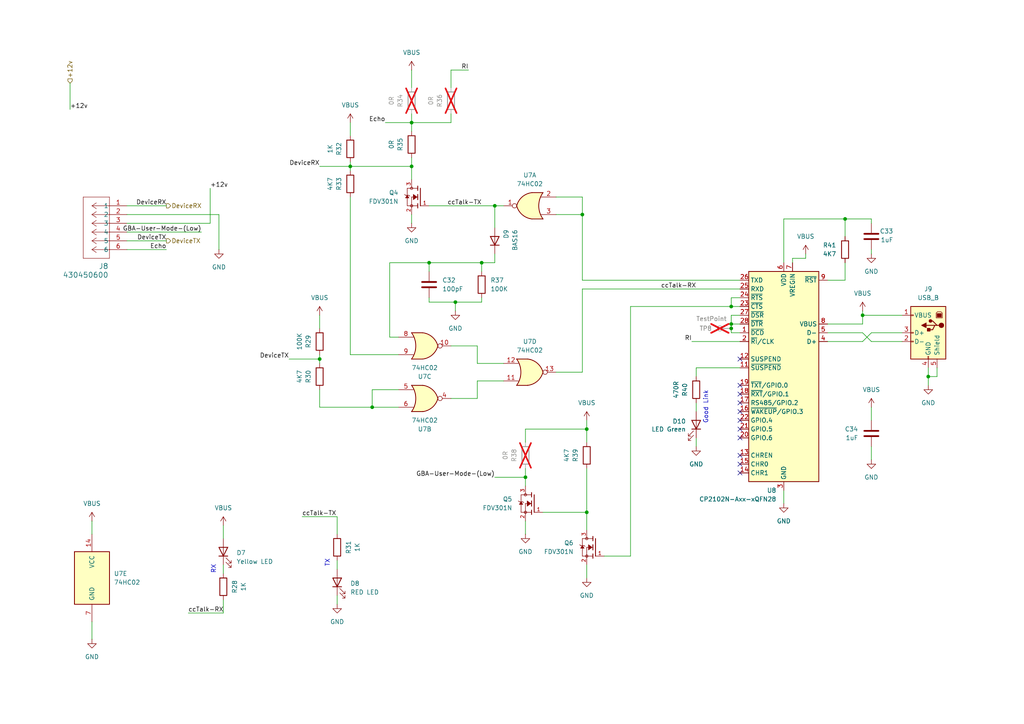
<source format=kicad_sch>
(kicad_sch (version 20250114) (generator "eeschema") (generator_version "9.0")
  (paper "A4")
  (title_block (title "VAL364 Circuit") (date "2025-08-26") (rev "1") (company "Astrosystems") (comment 1 "Designed By - C.P"))
  (lib_symbols
    (symbol "74xx:74HC02" (pin_names (offset 1.016))
      (property "Reference" "U" (at 0 1.27 0))
      (property "Value" "74HC02" (at 0 -1.27 0))
      (symbol "74HC02_1_1"
        (arc (start -3.81 3.81) (mid -2.589 0) (end -3.81 -3.81) (stroke (width 0.254)))
        (polyline (pts (xy -3.81 3.81) (xy -0.635 3.81)) (stroke (width 0.254)) (fill (type background)))
        (polyline (pts (xy -3.81 -3.81) (xy -0.635 -3.81)) (stroke (width 0.254)) (fill (type background)))
        (arc (start 3.81 0) (mid 2.1855 -2.584) (end -0.6096 -3.81) (stroke (width 0.254)) (fill (type background)))
        (arc (start -0.6096 3.81) (mid 2.1928 2.5924) (end 3.81 0) (stroke (width 0.254)) (fill (type background)))
        (polyline (pts (xy -0.635 3.81) (xy -3.81 3.81) (xy -3.81 3.81) (xy -3.556 3.4036) (xy -3.0226 2.2606) (xy -2.6924 1.0414) (xy -2.6162 -0.254) (xy -2.7686 -1.4986) (xy -3.175 -2.7178) (xy -3.81 -3.81) (xy -3.81 -3.81) (xy -0.635 -3.81)) (stroke (width -25.4)) (fill (type background)))
        (pin input line (at -7.62 2.54 0) (length 4.318) (name "~") (number "2"))
        (pin input line (at -7.62 -2.54 0) (length 4.318) (name "~") (number "3"))
        (pin output inverted (at 7.62 0 180) (length 3.81) (name "~") (number "1"))
      )
      (symbol "74HC02_1_2"
        (arc (start 0 3.81) (mid 3.7934 0) (end 0 -3.81) (stroke (width 0.254)) (fill (type background)))
        (polyline (pts (xy 0 3.81) (xy -3.81 3.81) (xy -3.81 -3.81) (xy 0 -3.81)) (stroke (width 0.254)) (fill (type background)))
        (pin input inverted (at -7.62 2.54 0) (length 3.81) (name "~") (number "2"))
        (pin input inverted (at -7.62 -2.54 0) (length 3.81) (name "~") (number "3"))
        (pin output line (at 7.62 0 180) (length 3.81) (name "~") (number "1"))
      )
      (symbol "74HC02_2_1"
        (arc (start -3.81 3.81) (mid -2.589 0) (end -3.81 -3.81) (stroke (width 0.254)))
        (polyline (pts (xy -3.81 3.81) (xy -0.635 3.81)) (stroke (width 0.254)) (fill (type background)))
        (polyline (pts (xy -3.81 -3.81) (xy -0.635 -3.81)) (stroke (width 0.254)) (fill (type background)))
        (arc (start 3.81 0) (mid 2.1855 -2.584) (end -0.6096 -3.81) (stroke (width 0.254)) (fill (type background)))
        (arc (start -0.6096 3.81) (mid 2.1928 2.5924) (end 3.81 0) (stroke (width 0.254)) (fill (type background)))
        (polyline (pts (xy -0.635 3.81) (xy -3.81 3.81) (xy -3.81 3.81) (xy -3.556 3.4036) (xy -3.0226 2.2606) (xy -2.6924 1.0414) (xy -2.6162 -0.254) (xy -2.7686 -1.4986) (xy -3.175 -2.7178) (xy -3.81 -3.81) (xy -3.81 -3.81) (xy -0.635 -3.81)) (stroke (width -25.4)) (fill (type background)))
        (pin input line (at -7.62 2.54 0) (length 4.318) (name "~") (number "5"))
        (pin input line (at -7.62 -2.54 0) (length 4.318) (name "~") (number "6"))
        (pin output inverted (at 7.62 0 180) (length 3.81) (name "~") (number "4"))
      )
      (symbol "74HC02_2_2"
        (arc (start 0 3.81) (mid 3.7934 0) (end 0 -3.81) (stroke (width 0.254)) (fill (type background)))
        (polyline (pts (xy 0 3.81) (xy -3.81 3.81) (xy -3.81 -3.81) (xy 0 -3.81)) (stroke (width 0.254)) (fill (type background)))
        (pin input inverted (at -7.62 2.54 0) (length 3.81) (name "~") (number "5"))
        (pin input inverted (at -7.62 -2.54 0) (length 3.81) (name "~") (number "6"))
        (pin output line (at 7.62 0 180) (length 3.81) (name "~") (number "4"))
      )
      (symbol "74HC02_3_1"
        (arc (start -3.81 3.81) (mid -2.589 0) (end -3.81 -3.81) (stroke (width 0.254)))
        (polyline (pts (xy -3.81 3.81) (xy -0.635 3.81)) (stroke (width 0.254)) (fill (type background)))
        (polyline (pts (xy -3.81 -3.81) (xy -0.635 -3.81)) (stroke (width 0.254)) (fill (type background)))
        (arc (start 3.81 0) (mid 2.1855 -2.584) (end -0.6096 -3.81) (stroke (width 0.254)) (fill (type background)))
        (arc (start -0.6096 3.81) (mid 2.1928 2.5924) (end 3.81 0) (stroke (width 0.254)) (fill (type background)))
        (polyline (pts (xy -0.635 3.81) (xy -3.81 3.81) (xy -3.81 3.81) (xy -3.556 3.4036) (xy -3.0226 2.2606) (xy -2.6924 1.0414) (xy -2.6162 -0.254) (xy -2.7686 -1.4986) (xy -3.175 -2.7178) (xy -3.81 -3.81) (xy -3.81 -3.81) (xy -0.635 -3.81)) (stroke (width -25.4)) (fill (type background)))
        (pin input line (at -7.62 2.54 0) (length 4.318) (name "~") (number "8"))
        (pin input line (at -7.62 -2.54 0) (length 4.318) (name "~") (number "9"))
        (pin output inverted (at 7.62 0 180) (length 3.81) (name "~") (number "10"))
      )
      (symbol "74HC02_3_2"
        (arc (start 0 3.81) (mid 3.7934 0) (end 0 -3.81) (stroke (width 0.254)) (fill (type background)))
        (polyline (pts (xy 0 3.81) (xy -3.81 3.81) (xy -3.81 -3.81) (xy 0 -3.81)) (stroke (width 0.254)) (fill (type background)))
        (pin input inverted (at -7.62 2.54 0) (length 3.81) (name "~") (number "8"))
        (pin input inverted (at -7.62 -2.54 0) (length 3.81) (name "~") (number "9"))
        (pin output line (at 7.62 0 180) (length 3.81) (name "~") (number "10"))
      )
      (symbol "74HC02_4_1"
        (arc (start -3.81 3.81) (mid -2.589 0) (end -3.81 -3.81) (stroke (width 0.254)))
        (polyline (pts (xy -3.81 3.81) (xy -0.635 3.81)) (stroke (width 0.254)) (fill (type background)))
        (polyline (pts (xy -3.81 -3.81) (xy -0.635 -3.81)) (stroke (width 0.254)) (fill (type background)))
        (arc (start 3.81 0) (mid 2.1855 -2.584) (end -0.6096 -3.81) (stroke (width 0.254)) (fill (type background)))
        (arc (start -0.6096 3.81) (mid 2.1928 2.5924) (end 3.81 0) (stroke (width 0.254)) (fill (type background)))
        (polyline (pts (xy -0.635 3.81) (xy -3.81 3.81) (xy -3.81 3.81) (xy -3.556 3.4036) (xy -3.0226 2.2606) (xy -2.6924 1.0414) (xy -2.6162 -0.254) (xy -2.7686 -1.4986) (xy -3.175 -2.7178) (xy -3.81 -3.81) (xy -3.81 -3.81) (xy -0.635 -3.81)) (stroke (width -25.4)) (fill (type background)))
        (pin input line (at -7.62 2.54 0) (length 4.318) (name "~") (number "11"))
        (pin input line (at -7.62 -2.54 0) (length 4.318) (name "~") (number "12"))
        (pin output inverted (at 7.62 0 180) (length 3.81) (name "~") (number "13"))
      )
      (symbol "74HC02_4_2"
        (arc (start 0 3.81) (mid 3.7934 0) (end 0 -3.81) (stroke (width 0.254)) (fill (type background)))
        (polyline (pts (xy 0 3.81) (xy -3.81 3.81) (xy -3.81 -3.81) (xy 0 -3.81)) (stroke (width 0.254)) (fill (type background)))
        (pin input inverted (at -7.62 2.54 0) (length 3.81) (name "~") (number "11"))
        (pin input inverted (at -7.62 -2.54 0) (length 3.81) (name "~") (number "12"))
        (pin output line (at 7.62 0 180) (length 3.81) (name "~") (number "13"))
      )
      (symbol "74HC02_5_0"
        (pin power_in line (at 0 12.7 270) (length 5.08) (name "VCC") (number "14"))
        (pin power_in line (at 0 -12.7 90) (length 5.08) (name "GND") (number "7"))
      )
      (symbol "74HC02_5_1"
        (rectangle (start -5.08 7.62) (end 5.08 -7.62) (stroke (width 0.254)) (fill (type background)))
      )
    )
    (symbol "Connector:TestPoint" (pin_numbers (hide yes)) (pin_names (offset 0.762) (hide yes))
      (property "Reference" "TP" (at 0 6.858 0))
      (property "Value" "TestPoint" (at 0 5.08 0))
      (symbol "TestPoint_0_1"
        (circle (center 0 3.302) (radius 0.762))
      )
      (symbol "TestPoint_1_1"
        (pin passive line (at 0 0 90) (length 2.54) (name "1") (number "1"))
      )
    )
    (symbol "Connector:USB_B" (pin_names (offset 1.016))
      (property "Reference" "J" (at -5.08 11.43 0))
      (property "Value" "USB_B" (at -5.08 8.89 0))
      (symbol "USB_B_0_1"
        (rectangle (start -5.08 -7.62) (end 5.08 7.62) (stroke (width 0.254)) (fill (type background)))
        (polyline (pts (xy -4.064 4.318) (xy -2.286 4.318) (xy -2.286 5.715) (xy -2.667 6.096) (xy -3.683 6.096) (xy -4.064 5.715) (xy -4.064 4.318)))
        (rectangle (start -3.81 5.588) (end -2.54 4.572) (fill (type outline)))
        (circle (center -3.81 2.159) (radius 0.635) (stroke (width 0.254)) (fill (type outline)))
        (polyline (pts (xy -3.175 2.159) (xy -2.54 2.159) (xy -1.27 3.429) (xy -0.635 3.429)) (stroke (width 0.254)))
        (polyline (pts (xy -2.54 2.159) (xy -1.905 2.159) (xy -1.27 0.889) (xy 0 0.889)) (stroke (width 0.254)))
        (polyline (pts (xy -1.905 2.159) (xy 0.635 2.159)) (stroke (width 0.254)))
        (circle (center -0.635 3.429) (radius 0.381) (stroke (width 0.254)) (fill (type outline)))
        (rectangle (start -0.127 -7.62) (end 0.127 -6.858))
        (rectangle (start 0.254 1.27) (end -0.508 0.508) (stroke (width 0.254)) (fill (type outline)))
        (polyline (pts (xy 0.635 2.794) (xy 0.635 1.524) (xy 1.905 2.159) (xy 0.635 2.794)) (stroke (width 0.254)) (fill (type outline)))
        (rectangle (start 5.08 4.953) (end 4.318 5.207))
        (rectangle (start 5.08 -0.127) (end 4.318 0.127))
        (rectangle (start 5.08 -2.667) (end 4.318 -2.413))
      )
      (symbol "USB_B_1_1"
        (pin passive line (at -2.54 -10.16 90) (length 2.54) (name "Shield") (number "5"))
        (pin power_out line (at 0 -10.16 90) (length 2.54) (name "GND") (number "4"))
        (pin power_out line (at 7.62 5.08 180) (length 2.54) (name "VBUS") (number "1"))
        (pin bidirectional line (at 7.62 0 180) (length 2.54) (name "D+") (number "3"))
        (pin bidirectional line (at 7.62 -2.54 180) (length 2.54) (name "D-") (number "2"))
      )
    )
    (symbol "Device:C" (pin_numbers (hide yes)) (pin_names (offset 0.254))
      (property "Reference" "C" (at 0.635 2.54 0))
      (property "Value" "C" (at 0.635 -2.54 0))
      (symbol "C_0_1"
        (polyline (pts (xy -2.032 0.762) (xy 2.032 0.762)) (stroke (width 0.508)))
        (polyline (pts (xy -2.032 -0.762) (xy 2.032 -0.762)) (stroke (width 0.508)))
      )
      (symbol "C_1_1"
        (pin passive line (at 0 3.81 270) (length 2.794) (name "~") (number "1"))
        (pin passive line (at 0 -3.81 90) (length 2.794) (name "~") (number "2"))
      )
    )
    (symbol "Device:LED" (pin_numbers (hide yes)) (pin_names (offset 1.016) (hide yes))
      (property "Reference" "D" (at 0 2.54 0))
      (property "Value" "LED" (at 0 -2.54 0))
      (symbol "LED_0_1"
        (polyline (pts (xy -3.048 -0.762) (xy -4.572 -2.286) (xy -3.81 -2.286) (xy -4.572 -2.286) (xy -4.572 -1.524)))
        (polyline (pts (xy -1.778 -0.762) (xy -3.302 -2.286) (xy -2.54 -2.286) (xy -3.302 -2.286) (xy -3.302 -1.524)))
        (polyline (pts (xy -1.27 0) (xy 1.27 0)))
        (polyline (pts (xy -1.27 -1.27) (xy -1.27 1.27)) (stroke (width 0.254)))
        (polyline (pts (xy 1.27 -1.27) (xy 1.27 1.27) (xy -1.27 0) (xy 1.27 -1.27)) (stroke (width 0.254)))
      )
      (symbol "LED_1_1"
        (pin passive line (at -3.81 0 0) (length 2.54) (name "K") (number "1"))
        (pin passive line (at 3.81 0 180) (length 2.54) (name "A") (number "2"))
      )
    )
    (symbol "Device:R" (pin_numbers (hide yes)) (pin_names (offset 0))
      (property "Reference" "R" (at 2.032 0 90))
      (property "Value" "R" (at 0 0 90))
      (symbol "R_0_1"
        (rectangle (start -1.016 -2.54) (end 1.016 2.54) (stroke (width 0.254)))
      )
      (symbol "R_1_1"
        (pin passive line (at 0 3.81 270) (length 1.27) (name "~") (number "1"))
        (pin passive line (at 0 -3.81 90) (length 1.27) (name "~") (number "2"))
      )
    )
    (symbol "Diode:BAS21" (pin_numbers (hide yes)) (pin_names (hide yes))
      (property "Reference" "D" (at 0 2.54 0))
      (property "Value" "BAS21" (at 0 -2.54 0))
      (symbol "BAS21_0_1"
        (polyline (pts (xy -1.27 1.27) (xy -1.27 -1.27)) (stroke (width 0.254)))
        (polyline (pts (xy 1.27 1.27) (xy 1.27 -1.27) (xy -1.27 0) (xy 1.27 1.27)) (stroke (width 0.254)))
        (polyline (pts (xy 1.27 0) (xy -1.27 0)))
      )
      (symbol "BAS21_1_1"
        (pin passive line (at -3.81 0 0) (length 2.54) (name "K") (number "3"))
        (pin no_connect line (at -1.27 0 0) (length 2.54) (hide yes) (name "NC") (number "2"))
        (pin passive line (at 3.81 0 180) (length 2.54) (name "A") (number "1"))
      )
    )
    (symbol "FDV301N:FDV301N" (pin_names (offset 1.016))
      (property "Reference" "Q" (at -8.89 2.54 0))
      (property "Value" "FDV301N" (at -8.89 -7.62 0))
      (symbol "FDV301N_0_0"
        (polyline (pts (xy 0 2.54) (xy 0 -2.54)) (stroke (width 0.254)))
        (polyline (pts (xy 0.762 3.175) (xy 0.762 2.54)) (stroke (width 0.254)))
        (polyline (pts (xy 0.762 2.54) (xy 0.762 1.905)) (stroke (width 0.254)))
        (polyline (pts (xy 0.762 2.54) (xy 3.81 2.54)) (stroke (width 0.1524)))
        (polyline (pts (xy 0.762 0.762) (xy 0.762 0)) (stroke (width 0.254)))
        (polyline (pts (xy 0.762 0) (xy 0.762 -0.762)) (stroke (width 0.254)))
        (polyline (pts (xy 0.762 0) (xy 2.54 0)) (stroke (width 0.1524)))
        (polyline (pts (xy 0.762 -1.905) (xy 0.762 -3.175)) (stroke (width 0.254)))
        (polyline (pts (xy 1.016 0) (xy 2.032 0.762) (xy 2.032 -0.762) (xy 1.016 0)) (stroke (width 0.1524)) (fill (type outline)))
        (circle (center 2.54 2.54) (radius 0.3592))
        (polyline (pts (xy 2.54 0) (xy 2.54 -2.54)) (stroke (width 0.1524)))
        (circle (center 2.54 -2.54) (radius 0.3592))
        (polyline (pts (xy 3.302 0.508) (xy 3.048 0.254)) (stroke (width 0.1524)))
        (polyline (pts (xy 3.81 2.54) (xy 3.81 0.508)) (stroke (width 0.1524)))
        (polyline (pts (xy 3.81 0.508) (xy 3.302 0.508)) (stroke (width 0.1524)))
        (polyline (pts (xy 3.81 0.508) (xy 3.81 -2.54)) (stroke (width 0.1524)))
        (polyline (pts (xy 3.81 0.508) (xy 3.302 -0.254) (xy 4.318 -0.254) (xy 3.81 0.508)) (stroke (width 0.1524)) (fill (type outline)))
        (polyline (pts (xy 3.81 -2.54) (xy 0.762 -2.54)) (stroke (width 0.1524)))
        (polyline (pts (xy 4.318 0.508) (xy 3.81 0.508)) (stroke (width 0.1524)))
        (polyline (pts (xy 4.572 0.762) (xy 4.318 0.508)) (stroke (width 0.1524)))
        (pin passive line (at -2.54 -2.54 0) (length 2.54) (name "~") (number "1"))
        (pin passive line (at 2.54 5.08 270) (length 2.54) (name "~") (number "3"))
        (pin passive line (at 2.54 -5.08 90) (length 2.54) (name "~") (number "2"))
      )
    )
    (symbol "Interface_USB:CP2102N-Axx-xQFN28"
      (property "Reference" "U" (at -8.89 31.75 0))
      (property "Value" "CP2102N-Axx-xQFN28" (at 12.7 31.75 0))
      (symbol "CP2102N-Axx-xQFN28_0_1"
        (rectangle (start -10.16 30.48) (end 10.16 -30.48) (stroke (width 0.254)) (fill (type background)))
      )
      (symbol "CP2102N-Axx-xQFN28_1_1"
        (pin input line (at -12.7 27.94 0) (length 2.54) (name "~{RST}") (number "9"))
        (pin input line (at -12.7 15.24 0) (length 2.54) (name "VBUS") (number "8"))
        (pin bidirectional line (at -12.7 12.7 0) (length 2.54) (name "D-") (number "5"))
        (pin bidirectional line (at -12.7 10.16 0) (length 2.54) (name "D+") (number "4"))
        (pin no_connect line (at -10.16 -27.94 0) (length 2.54) (hide yes) (name "NC") (number "10"))
        (pin power_in line (at -2.54 33.02 270) (length 2.54) (name "VREGIN") (number "7"))
        (pin power_in line (at 0 33.02 270) (length 2.54) (name "VDD") (number "6"))
        (pin passive line (at 0 -33.02 90) (length 2.54) (hide yes) (name "GND") (number "29"))
        (pin power_in line (at 0 -33.02 90) (length 2.54) (name "GND") (number "3"))
        (pin output line (at 12.7 27.94 180) (length 2.54) (name "TXD") (number "26"))
        (pin input line (at 12.7 25.4 180) (length 2.54) (name "RXD") (number "25"))
        (pin output line (at 12.7 22.86 180) (length 2.54) (name "~{RTS}") (number "24"))
        (pin input line (at 12.7 20.32 180) (length 2.54) (name "~{CTS}") (number "23"))
        (pin input line (at 12.7 17.78 180) (length 2.54) (name "~{DSR}") (number "27"))
        (pin output line (at 12.7 15.24 180) (length 2.54) (name "~{DTR}") (number "28"))
        (pin input line (at 12.7 12.7 180) (length 2.54) (name "~{DCD}") (number "1"))
        (pin bidirectional line (at 12.7 10.16 180) (length 2.54) (name "~{RI}/CLK") (number "2"))
        (pin output line (at 12.7 5.08 180) (length 2.54) (name "SUSPEND") (number "12"))
        (pin output line (at 12.7 2.54 180) (length 2.54) (name "~{SUSPEND}") (number "11"))
        (pin bidirectional line (at 12.7 -2.54 180) (length 2.54) (name "~{TXT}/GPIO.0") (number "19"))
        (pin bidirectional line (at 12.7 -5.08 180) (length 2.54) (name "~{RXT}/GPIO.1") (number "18"))
        (pin bidirectional line (at 12.7 -7.62 180) (length 2.54) (name "RS485/GPIO.2") (number "17"))
        (pin bidirectional line (at 12.7 -10.16 180) (length 2.54) (name "~{WAKEUP}/GPIO.3") (number "16"))
        (pin bidirectional line (at 12.7 -12.7 180) (length 2.54) (name "GPIO.4") (number "22"))
        (pin bidirectional line (at 12.7 -15.24 180) (length 2.54) (name "GPIO.5") (number "21"))
        (pin bidirectional line (at 12.7 -17.78 180) (length 2.54) (name "GPIO.6") (number "20"))
        (pin output line (at 12.7 -22.86 180) (length 2.54) (name "CHREN") (number "13"))
        (pin output line (at 12.7 -25.4 180) (length 2.54) (name "CHR0") (number "15"))
        (pin output line (at 12.7 -27.94 180) (length 2.54) (name "CHR1") (number "14"))
      )
    )
    (symbol "LED_2" (pin_numbers (hide yes)) (pin_names (offset 1.016) (hide yes))
      (property "Reference" "D" (at 0 2.54 0))
      (property "Value" "LED" (at 0 -2.54 0))
      (symbol "LED_2_0_1"
        (polyline (pts (xy -3.048 -0.762) (xy -4.572 -2.286) (xy -3.81 -2.286) (xy -4.572 -2.286) (xy -4.572 -1.524)))
        (polyline (pts (xy -1.778 -0.762) (xy -3.302 -2.286) (xy -2.54 -2.286) (xy -3.302 -2.286) (xy -3.302 -1.524)))
        (polyline (pts (xy -1.27 0) (xy 1.27 0)))
        (polyline (pts (xy -1.27 -1.27) (xy -1.27 1.27)) (stroke (width 0.254)))
        (polyline (pts (xy 1.27 -1.27) (xy 1.27 1.27) (xy -1.27 0) (xy 1.27 -1.27)) (stroke (width 0.254)))
      )
      (symbol "LED_2_1_1"
        (pin passive line (at -3.81 0 0) (length 2.54) (name "K") (number "1"))
        (pin passive line (at 3.81 0 180) (length 2.54) (name "A") (number "2"))
      )
    )
    (symbol "molex_43045-0600:430450600" (pin_names (offset 0.254))
      (property "Reference" "J" (at 8.89 6.35 0))
      (property "Value" "430450600" (at 0 0 0))
      (symbol "430450600_1_1"
        (polyline (pts (xy 5.08 2.54) (xy 5.08 -15.24)) (stroke (width 0.127)))
        (polyline (pts (xy 5.08 -15.24) (xy 12.7 -15.24)) (stroke (width 0.127)))
        (polyline (pts (xy 10.16 0) (xy 5.08 0)) (stroke (width 0.127)))
        (polyline (pts (xy 10.16 0) (xy 8.89 0.8467)) (stroke (width 0.127)))
        (polyline (pts (xy 10.16 0) (xy 8.89 -0.8467)) (stroke (width 0.127)))
        (polyline (pts (xy 10.16 -2.54) (xy 5.08 -2.54)) (stroke (width 0.127)))
        (polyline (pts (xy 10.16 -2.54) (xy 8.89 -1.6933)) (stroke (width 0.127)))
        (polyline (pts (xy 10.16 -2.54) (xy 8.89 -3.3867)) (stroke (width 0.127)))
        (polyline (pts (xy 10.16 -5.08) (xy 5.08 -5.08)) (stroke (width 0.127)))
        (polyline (pts (xy 10.16 -5.08) (xy 8.89 -4.2333)) (stroke (width 0.127)))
        (polyline (pts (xy 10.16 -5.08) (xy 8.89 -5.9267)) (stroke (width 0.127)))
        (polyline (pts (xy 10.16 -7.62) (xy 5.08 -7.62)) (stroke (width 0.127)))
        (polyline (pts (xy 10.16 -7.62) (xy 8.89 -6.7733)) (stroke (width 0.127)))
        (polyline (pts (xy 10.16 -7.62) (xy 8.89 -8.4667)) (stroke (width 0.127)))
        (polyline (pts (xy 10.16 -10.16) (xy 5.08 -10.16)) (stroke (width 0.127)))
        (polyline (pts (xy 10.16 -10.16) (xy 8.89 -9.3133)) (stroke (width 0.127)))
        (polyline (pts (xy 10.16 -10.16) (xy 8.89 -11.0067)) (stroke (width 0.127)))
        (polyline (pts (xy 10.16 -12.7) (xy 5.08 -12.7)) (stroke (width 0.127)))
        (polyline (pts (xy 10.16 -12.7) (xy 8.89 -11.8533)) (stroke (width 0.127)))
        (polyline (pts (xy 10.16 -12.7) (xy 8.89 -13.5467)) (stroke (width 0.127)))
        (polyline (pts (xy 12.7 2.54) (xy 5.08 2.54)) (stroke (width 0.127)))
        (polyline (pts (xy 12.7 -15.24) (xy 12.7 2.54)) (stroke (width 0.127)))
        (pin unspecified line (at 0 0 0) (length 5.08) (name "1") (number "1"))
        (pin unspecified line (at 0 -2.54 0) (length 5.08) (name "2") (number "2"))
        (pin unspecified line (at 0 -5.08 0) (length 5.08) (name "3") (number "3"))
        (pin unspecified line (at 0 -7.62 0) (length 5.08) (name "4") (number "4"))
        (pin unspecified line (at 0 -10.16 0) (length 5.08) (name "5") (number "5"))
        (pin unspecified line (at 0 -12.7 0) (length 5.08) (name "6") (number "6"))
      )
      (symbol "430450600_1_2"
        (polyline (pts (xy 5.08 2.54) (xy 5.08 -15.24)) (stroke (width 0.127)))
        (polyline (pts (xy 5.08 -15.24) (xy 12.7 -15.24)) (stroke (width 0.127)))
        (polyline (pts (xy 7.62 0) (xy 5.08 0)) (stroke (width 0.127)))
        (polyline (pts (xy 7.62 0) (xy 8.89 0.8467)) (stroke (width 0.127)))
        (polyline (pts (xy 7.62 0) (xy 8.89 -0.8467)) (stroke (width 0.127)))
        (polyline (pts (xy 7.62 -2.54) (xy 5.08 -2.54)) (stroke (width 0.127)))
        (polyline (pts (xy 7.62 -2.54) (xy 8.89 -1.6933)) (stroke (width 0.127)))
        (polyline (pts (xy 7.62 -2.54) (xy 8.89 -3.3867)) (stroke (width 0.127)))
        (polyline (pts (xy 7.62 -5.08) (xy 5.08 -5.08)) (stroke (width 0.127)))
        (polyline (pts (xy 7.62 -5.08) (xy 8.89 -4.2333)) (stroke (width 0.127)))
        (polyline (pts (xy 7.62 -5.08) (xy 8.89 -5.9267)) (stroke (width 0.127)))
        (polyline (pts (xy 7.62 -7.62) (xy 5.08 -7.62)) (stroke (width 0.127)))
        (polyline (pts (xy 7.62 -7.62) (xy 8.89 -6.7733)) (stroke (width 0.127)))
        (polyline (pts (xy 7.62 -7.62) (xy 8.89 -8.4667)) (stroke (width 0.127)))
        (polyline (pts (xy 7.62 -10.16) (xy 5.08 -10.16)) (stroke (width 0.127)))
        (polyline (pts (xy 7.62 -10.16) (xy 8.89 -9.3133)) (stroke (width 0.127)))
        (polyline (pts (xy 7.62 -10.16) (xy 8.89 -11.0067)) (stroke (width 0.127)))
        (polyline (pts (xy 7.62 -12.7) (xy 5.08 -12.7)) (stroke (width 0.127)))
        (polyline (pts (xy 7.62 -12.7) (xy 8.89 -11.8533)) (stroke (width 0.127)))
        (polyline (pts (xy 7.62 -12.7) (xy 8.89 -13.5467)) (stroke (width 0.127)))
        (polyline (pts (xy 12.7 2.54) (xy 5.08 2.54)) (stroke (width 0.127)))
        (polyline (pts (xy 12.7 -15.24) (xy 12.7 2.54)) (stroke (width 0.127)))
        (pin unspecified line (at 0 0 0) (length 5.08) (name "1") (number "1"))
        (pin unspecified line (at 0 -2.54 0) (length 5.08) (name "2") (number "2"))
        (pin unspecified line (at 0 -5.08 0) (length 5.08) (name "3") (number "3"))
        (pin unspecified line (at 0 -7.62 0) (length 5.08) (name "4") (number "4"))
        (pin unspecified line (at 0 -10.16 0) (length 5.08) (name "5") (number "5"))
        (pin unspecified line (at 0 -12.7 0) (length 5.08) (name "6") (number "6"))
      )
    )
    (symbol "power:GND" (power) (pin_numbers (hide yes)) (pin_names (offset 0) (hide yes))
      (property "Value" "GND" (at 0 -3.81 0))
      (symbol "GND_0_1"
        (polyline (pts (xy 0 0) (xy 0 -1.27) (xy 1.27 -1.27) (xy 0 -2.54) (xy -1.27 -1.27) (xy 0 -1.27)))
      )
      (symbol "GND_1_1"
        (pin power_in line (at 0 0 270) (length 0) (name "~") (number "1"))
      )
    )
    (symbol "power:VBUS" (power) (pin_numbers (hide yes)) (pin_names (offset 0) (hide yes))
      (property "Value" "VBUS" (at 0 3.556 0))
      (symbol "VBUS_0_1"
        (polyline (pts (xy -0.762 1.27) (xy 0 2.54)))
        (polyline (pts (xy 0 2.54) (xy 0.762 1.27)))
        (polyline (pts (xy 0 0) (xy 0 2.54)))
      )
      (symbol "VBUS_1_1"
        (pin power_in line (at 0 0 90) (length 0) (name "~") (number "1"))
      )
    )
  )
  (text "RX" (at 61.976 165.1 90) (effects (font (size 1.27 1.27))))
  (text "TX" (at 94.996 163.322 90) (effects (font (size 1.27 1.27))))
  (text "Good Link" (at 204.724 118.11 90) (effects (font (size 1.27 1.27))))
  (junction (at 132.08 87.63))
  (junction (at 212.09 88.9))
  (junction (at 170.18 124.46))
  (junction (at 250.19 91.44))
  (junction (at 139.7 76.2))
  (junction (at 168.91 62.23))
  (junction (at 119.38 35.56))
  (junction (at 212.09 93.98))
  (junction (at 124.46 76.2))
  (junction (at 152.4 138.43))
  (junction (at 269.24 109.22))
  (junction (at 212.09 95.25))
  (junction (at 107.95 118.11))
  (junction (at 101.6 48.26))
  (junction (at 245.11 63.5))
  (junction (at 92.71 104.14))
  (junction (at 119.38 48.26))
  (junction (at 170.18 148.59))
  (junction (at 143.51 59.69))
  (no_connect (at 214.63 114.3))
  (no_connect (at 214.63 116.84))
  (no_connect (at 214.63 124.46))
  (no_connect (at 214.63 137.16))
  (no_connect (at 214.63 121.92))
  (no_connect (at 214.63 104.14))
  (no_connect (at 214.63 119.38))
  (no_connect (at 214.63 134.62))
  (no_connect (at 214.63 132.08))
  (no_connect (at 214.63 111.76))
  (no_connect (at 214.63 127))
  (wire (pts (xy 261.62 99.06) (xy 252.73 99.06)))
  (wire (pts (xy 139.7 87.63) (xy 132.08 87.63)))
  (wire (pts (xy 146.05 110.49) (xy 138.43 110.49)))
  (wire (pts (xy 245.11 63.5) (xy 227.33 63.5)))
  (wire (pts (xy 152.4 128.27) (xy 152.4 124.46)))
  (wire (pts (xy 212.09 93.98) (xy 212.09 95.25)))
  (wire (pts (xy 119.38 35.56) (xy 111.76 35.56)))
  (wire (pts (xy 139.7 78.74) (xy 139.7 76.2)))
  (wire (pts (xy 245.11 81.28) (xy 240.03 81.28)))
  (wire (pts (xy 87.63 149.86) (xy 97.79 149.86)))
  (wire (pts (xy 170.18 124.46) (xy 170.18 128.27)))
  (wire (pts (xy 168.91 62.23) (xy 161.29 62.23)))
  (wire (pts (xy 271.78 106.68) (xy 271.78 109.22)))
  (wire (pts (xy 130.81 35.56) (xy 119.38 35.56)))
  (wire (pts (xy 48.26 69.85) (xy 36.83 69.85)))
  (wire (pts (xy 250.19 91.44) (xy 250.19 93.98)))
  (wire (pts (xy 152.4 138.43) (xy 152.4 140.97)))
  (wire (pts (xy 214.63 106.68) (xy 201.93 106.68)))
  (wire (pts (xy 92.71 104.14) (xy 92.71 105.41)))
  (wire (pts (xy 130.81 100.33) (xy 138.43 100.33)))
  (wire (pts (xy 64.77 173.99) (xy 64.77 177.8)))
  (wire (pts (xy 138.43 115.57) (xy 130.81 115.57)))
  (wire (pts (xy 152.4 135.89) (xy 152.4 138.43)))
  (wire (pts (xy 212.09 88.9) (xy 182.88 88.9)))
  (wire (pts (xy 245.11 63.5) (xy 252.73 63.5)))
  (wire (pts (xy 101.6 48.26) (xy 101.6 49.53)))
  (wire (pts (xy 170.18 135.89) (xy 170.18 148.59)))
  (wire (pts (xy 119.38 52.07) (xy 119.38 48.26)))
  (wire (pts (xy 130.81 25.4) (xy 130.81 20.32)))
  (wire (pts (xy 214.63 86.36) (xy 212.09 86.36)))
  (wire (pts (xy 170.18 163.83) (xy 170.18 167.64)))
  (wire (pts (xy 250.19 93.98) (xy 240.03 93.98)))
  (wire (pts (xy 101.6 35.56) (xy 101.6 39.37)))
  (wire (pts (xy 58.42 67.31) (xy 36.83 67.31)))
  (wire (pts (xy 261.62 96.52) (xy 252.73 96.52)))
  (wire (pts (xy 92.71 118.11) (xy 92.71 113.03)))
  (wire (pts (xy 212.09 95.25) (xy 212.09 96.52)))
  (wire (pts (xy 107.95 118.11) (xy 107.95 113.03)))
  (wire (pts (xy 124.46 76.2) (xy 113.03 76.2)))
  (wire (pts (xy 135.89 20.32) (xy 130.81 20.32)))
  (wire (pts (xy 119.38 62.23) (xy 119.38 64.77)))
  (wire (pts (xy 152.4 138.43) (xy 143.51 138.43)))
  (wire (pts (xy 107.95 118.11) (xy 92.71 118.11)))
  (wire (pts (xy 143.51 59.69) (xy 124.46 59.69)))
  (wire (pts (xy 113.03 76.2) (xy 113.03 97.79)))
  (wire (pts (xy 227.33 63.5) (xy 227.33 76.2)))
  (wire (pts (xy 60.96 64.77) (xy 36.83 64.77)))
  (wire (pts (xy 115.57 118.11) (xy 107.95 118.11)))
  (wire (pts (xy 146.05 59.69) (xy 143.51 59.69)))
  (wire (pts (xy 250.19 99.06) (xy 240.03 99.06)))
  (wire (pts (xy 63.5 62.23) (xy 63.5 72.39)))
  (wire (pts (xy 139.7 76.2) (xy 143.51 76.2)))
  (wire (pts (xy 20.32 24.13) (xy 20.32 31.75)))
  (wire (pts (xy 214.63 99.06) (xy 200.66 99.06)))
  (wire (pts (xy 119.38 45.72) (xy 119.38 48.26)))
  (wire (pts (xy 250.19 96.52) (xy 240.03 96.52)))
  (wire (pts (xy 54.61 177.8) (xy 64.77 177.8)))
  (wire (pts (xy 124.46 86.36) (xy 124.46 87.63)))
  (wire (pts (xy 269.24 109.22) (xy 269.24 111.76)))
  (wire (pts (xy 26.67 180.34) (xy 26.67 185.42)))
  (wire (pts (xy 214.63 83.82) (xy 168.91 83.82)))
  (wire (pts (xy 101.6 57.15) (xy 101.6 102.87)))
  (wire (pts (xy 143.51 73.66) (xy 143.51 76.2)))
  (wire (pts (xy 63.5 62.23) (xy 36.83 62.23)))
  (wire (pts (xy 132.08 87.63) (xy 132.08 90.17)))
  (wire (pts (xy 250.19 90.17) (xy 250.19 91.44)))
  (wire (pts (xy 115.57 113.03) (xy 107.95 113.03)))
  (wire (pts (xy 170.18 121.92) (xy 170.18 124.46)))
  (wire (pts (xy 119.38 48.26) (xy 101.6 48.26)))
  (wire (pts (xy 97.79 162.56) (xy 97.79 165.1)))
  (wire (pts (xy 168.91 57.15) (xy 168.91 62.23)))
  (wire (pts (xy 124.46 78.74) (xy 124.46 76.2)))
  (wire (pts (xy 252.73 129.54) (xy 252.73 133.35)))
  (wire (pts (xy 64.77 163.83) (xy 64.77 166.37)))
  (wire (pts (xy 252.73 118.11) (xy 252.73 121.92)))
  (wire (pts (xy 119.38 20.32) (xy 119.38 25.4)))
  (wire (pts (xy 252.73 72.39) (xy 252.73 73.66)))
  (wire (pts (xy 168.91 107.95) (xy 161.29 107.95)))
  (wire (pts (xy 168.91 57.15) (xy 161.29 57.15)))
  (wire (pts (xy 113.03 97.79) (xy 115.57 97.79)))
  (wire (pts (xy 201.93 106.68) (xy 201.93 109.22)))
  (wire (pts (xy 214.63 96.52) (xy 212.09 96.52)))
  (wire (pts (xy 92.71 102.87) (xy 92.71 104.14)))
  (wire (pts (xy 168.91 83.82) (xy 168.91 107.95)))
  (wire (pts (xy 48.26 72.39) (xy 36.83 72.39)))
  (wire (pts (xy 214.63 81.28) (xy 168.91 81.28)))
  (wire (pts (xy 26.67 151.13) (xy 26.67 154.94)))
  (wire (pts (xy 212.09 91.44) (xy 212.09 93.98)))
  (wire (pts (xy 168.91 62.23) (xy 168.91 81.28)))
  (wire (pts (xy 233.68 74.93) (xy 229.87 74.93)))
  (wire (pts (xy 229.87 74.93) (xy 229.87 76.2)))
  (wire (pts (xy 138.43 100.33) (xy 138.43 105.41)))
  (wire (pts (xy 252.73 99.06) (xy 250.19 96.52)))
  (wire (pts (xy 170.18 148.59) (xy 157.48 148.59)))
  (wire (pts (xy 139.7 87.63) (xy 139.7 86.36)))
  (wire (pts (xy 214.63 93.98) (xy 212.09 93.98)))
  (wire (pts (xy 97.79 154.94) (xy 97.79 149.86)))
  (wire (pts (xy 214.63 88.9) (xy 212.09 88.9)))
  (wire (pts (xy 271.78 109.22) (xy 269.24 109.22)))
  (wire (pts (xy 252.73 96.52) (xy 250.19 99.06)))
  (wire (pts (xy 130.81 33.02) (xy 130.81 35.56)))
  (wire (pts (xy 269.24 106.68) (xy 269.24 109.22)))
  (wire (pts (xy 261.62 91.44) (xy 250.19 91.44)))
  (wire (pts (xy 152.4 124.46) (xy 170.18 124.46)))
  (wire (pts (xy 201.93 127) (xy 201.93 129.54)))
  (wire (pts (xy 143.51 66.04) (xy 143.51 59.69)))
  (wire (pts (xy 119.38 33.02) (xy 119.38 35.56)))
  (wire (pts (xy 97.79 172.72) (xy 97.79 175.26)))
  (wire (pts (xy 115.57 102.87) (xy 101.6 102.87)))
  (wire (pts (xy 138.43 110.49) (xy 138.43 115.57)))
  (wire (pts (xy 101.6 46.99) (xy 101.6 48.26)))
  (wire (pts (xy 64.77 152.4) (xy 64.77 156.21)))
  (wire (pts (xy 245.11 76.2) (xy 245.11 81.28)))
  (wire (pts (xy 212.09 86.36) (xy 212.09 88.9)))
  (wire (pts (xy 245.11 68.58) (xy 245.11 63.5)))
  (wire (pts (xy 182.88 161.29) (xy 175.26 161.29)))
  (wire (pts (xy 132.08 87.63) (xy 124.46 87.63)))
  (wire (pts (xy 201.93 116.84) (xy 201.93 119.38)))
  (wire (pts (xy 60.96 54.61) (xy 60.96 64.77)))
  (wire (pts (xy 139.7 76.2) (xy 124.46 76.2)))
  (wire (pts (xy 48.26 59.69) (xy 36.83 59.69)))
  (wire (pts (xy 146.05 105.41) (xy 138.43 105.41)))
  (wire (pts (xy 170.18 153.67) (xy 170.18 148.59)))
  (wire (pts (xy 227.33 142.24) (xy 227.33 146.05)))
  (wire (pts (xy 182.88 88.9) (xy 182.88 161.29)))
  (wire (pts (xy 119.38 35.56) (xy 119.38 38.1)))
  (wire (pts (xy 101.6 48.26) (xy 92.71 48.26)))
  (wire (pts (xy 214.63 91.44) (xy 212.09 91.44)))
  (wire (pts (xy 92.71 104.14) (xy 83.82 104.14)))
  (wire (pts (xy 92.71 91.44) (xy 92.71 95.25)))
  (wire (pts (xy 233.68 73.66) (xy 233.68 74.93)))
  (wire (pts (xy 152.4 151.13) (xy 152.4 154.94)))
  (wire (pts (xy 252.73 63.5) (xy 252.73 64.77)))
  (label "DeviceRX" (at 92.71 48.26 180))
  (label "GBA-User-Mode-(Low)" (at 58.42 67.31 180))
  (label "DeviceTX" (at 83.82 104.14 180))
  (label "ccTalk-TX" (at 139.7 59.69 180))
  (label "Echo" (at 48.26 72.39 180))
  (label "RI" (at 200.66 99.06 180))
  (label "GBA-User-Mode-(Low)" (at 143.51 138.43 180))
  (label "+12v" (at 20.32 31.75 0))
  (label "ccTalk-RX" (at 54.61 177.8 0))
  (label "ccTalk-TX" (at 87.63 149.86 0))
  (label "DeviceRX" (at 48.26 59.69 180))
  (label "ccTalk-RX" (at 201.93 83.82 180))
  (label "DeviceTX" (at 48.26 69.85 180))
  (label "RI" (at 135.89 20.32 180))
  (label "Echo" (at 111.76 35.56 180))
  (label "+12v" (at 60.96 54.61 0))
  (hierarchical_label "+12v" (shape input) (at 20.32 24.13 90))
  (hierarchical_label "DeviceRX" (shape output) (at 48.26 59.69 0))
  (hierarchical_label "DeviceTX" (shape output) (at 48.26 69.85 0))
  (symbol (lib_id "power:GND") (at 170.18 167.64 0) (mirror y) (unit 1)
    (property "Reference" "#PWR059" (effects (hide yes)))
    (property "Value" "GND" (at 170.18 172.72 0))
    (property "Description" "Power symbol creates a global label with name \"GND\" , ground" (effects (hide yes)))
  )
  (symbol (lib_id "power:VBUS") (at 26.67 151.13 0) (unit 1)
    (property "Reference" "#PWR047" (effects (hide yes)))
    (property "Value" "VBUS" (at 26.67 146.05 0))
    (property "Description" "Power symbol creates a global label with name \"VBUS\"" (effects (hide yes)))
  )
  (symbol (lib_id "power:GND") (at 152.4 154.94 0) (mirror y) (unit 1)
    (property "Reference" "#PWR057" (effects (hide yes)))
    (property "Value" "GND" (at 152.4 160.02 0))
    (property "Description" "Power symbol creates a global label with name \"GND\" , ground" (effects (hide yes)))
  )
  (symbol (lib_id "74xx:74HC02") (at 123.19 100.33 0) (unit 3)
    (property "Reference" "U7" (at 123.19 109.22 0))
    (property "Value" "74HC02" (at 123.19 106.68 0))
    (property "Datasheet" "http://www.ti.com/lit/gpn/sn74hc02" (effects (hide yes)))
    (property "Description" "quad 2-input NOR gate" (effects (hide yes)))
  )
  (symbol (lib_id "Device:R") (at 101.6 53.34 0) (mirror x) (unit 1)
    (property "Reference" "R33" (at 98.298 53.34 90))
    (property "Value" "4K7" (at 95.758 53.34 90))
    (property "Footprint" "Resistor_SMD:R_0603_1608Metric_Pad0.98x0.95mm_HandSolder" (effects (hide yes)))
    (property "Description" "Resistor" (effects (hide yes)))
  )
  (symbol (lib_id "power:VBUS") (at 233.68 73.66 0) (mirror y) (unit 1)
    (property "Reference" "#PWR062" (effects (hide yes)))
    (property "Value" "VBUS" (at 233.68 68.58 0))
    (property "Description" "Power symbol creates a global label with name \"VBUS\"" (effects (hide yes)))
  )
  (symbol (lib_id "Device:R") (at 119.38 29.21 0) (mirror x) (unit 1) (in_bom no) (dnp yes)
    (property "Reference" "R34" (at 116.078 29.21 90))
    (property "Value" "0R" (at 113.538 29.21 90))
    (property "Footprint" "Resistor_SMD:R_0603_1608Metric_Pad0.98x0.95mm_HandSolder" (effects (hide yes)))
    (property "Description" "Resistor" (effects (hide yes)))
  )
  (symbol (lib_id "Device:R") (at 152.4 132.08 0) (mirror x) (unit 1) (in_bom no) (dnp yes)
    (property "Reference" "R38" (at 149.098 132.08 90))
    (property "Value" "0R" (at 146.558 132.08 90))
    (property "Footprint" "Resistor_SMD:R_0603_1608Metric_Pad0.98x0.95mm_HandSolder" (effects (hide yes)))
    (property "Description" "Resistor" (effects (hide yes)))
  )
  (symbol (lib_name "LED_2") (lib_id "Device:LED") (at 97.79 168.91 90) (unit 1)
    (property "Reference" "D8" (at 101.6 169.2274 90) (effects (justify right)))
    (property "Value" "RED LED" (at 101.6 171.7674 90) (effects (justify right)))
    (property "Footprint" "LED_SMD:LED_0603_1608Metric_Pad1.05x0.95mm_HandSolder" (effects (hide yes)))
    (property "Description" "Light emitting diode" (effects (hide yes)))
    (property "Sim.Pins" "1=K 2=A" (effects (hide yes)))
  )
  (symbol (lib_id "Device:C") (at 252.73 125.73 0) (mirror y) (unit 1)
    (property "Reference" "C34" (at 248.92 124.4599 0) (effects (justify left)))
    (property "Value" "1uF" (at 248.92 126.9999 0) (effects (justify left)))
    (property "Footprint" "Capacitor_SMD:C_0603_1608Metric_Pad1.08x0.95mm_HandSolder" (effects (hide yes)))
    (property "Description" "Unpolarized capacitor" (effects (hide yes)))
  )
  (symbol (lib_id "power:VBUS") (at 119.38 20.32 0) (mirror y) (unit 1)
    (property "Reference" "#PWR054" (effects (hide yes)))
    (property "Value" "VBUS" (at 119.38 15.24 0))
    (property "Description" "Power symbol creates a global label with name \"VBUS\"" (effects (hide yes)))
  )
  (symbol (lib_id "power:GND") (at 252.73 73.66 0) (mirror y) (unit 1)
    (property "Reference" "#PWR064" (effects (hide yes)))
    (property "Value" "GND" (at 252.73 78.74 0))
    (property "Description" "Power symbol creates a global label with name \"GND\" , ground" (effects (hide yes)))
  )
  (symbol (lib_id "power:VBUS") (at 92.71 91.44 0) (mirror y) (unit 1)
    (property "Reference" "#PWR051" (effects (hide yes)))
    (property "Value" "VBUS" (at 92.71 86.36 0))
    (property "Description" "Power symbol creates a global label with name \"VBUS\"" (effects (hide yes)))
  )
  (symbol (lib_id "74xx:74HC02") (at 123.19 115.57 0) (unit 2)
    (property "Reference" "U7" (at 123.19 124.46 0))
    (property "Value" "74HC02" (at 123.19 121.92 0))
    (property "Datasheet" "http://www.ti.com/lit/gpn/sn74hc02" (effects (hide yes)))
    (property "Description" "quad 2-input NOR gate" (effects (hide yes)))
  )
  (symbol (lib_id "power:VBUS") (at 252.73 118.11 0) (mirror y) (unit 1)
    (property "Reference" "#PWR065" (effects (hide yes)))
    (property "Value" "VBUS" (at 252.73 113.03 0))
    (property "Description" "Power symbol creates a global label with name \"VBUS\"" (effects (hide yes)))
  )
  (symbol (lib_id "Diode:BAS21") (at 143.51 69.85 90) (unit 1)
    (property "Reference" "D9" (at 146.812 66.548 0) (effects (justify right)))
    (property "Value" "BAS16" (at 149.352 66.548 0) (effects (justify right)))
    (property "Footprint" "Package_TO_SOT_SMD:SOT-23" (effects (hide yes)))
    (property "Datasheet" "https://mm.digikey.com/Volume0/opasdata/d220001/medias/docus/812/BAS16_Rev2015.pdf" (effects (hide yes)))
    (property "Description" "Diode 75 V 150mA Surface Mount SOT-23-3" (effects (hide yes)))
  )
  (symbol (lib_id "power:GND") (at 227.33 146.05 0) (mirror y) (unit 1)
    (property "Reference" "#PWR061" (effects (hide yes)))
    (property "Value" "GND" (at 227.33 151.13 0))
    (property "Description" "Power symbol creates a global label with name \"GND\" , ground" (effects (hide yes)))
  )
  (symbol (lib_id "Device:R") (at 201.93 113.03 0) (mirror x) (unit 1)
    (property "Reference" "R40" (at 198.628 113.03 90))
    (property "Value" "470R" (at 196.088 113.03 90))
    (property "Footprint" "Resistor_SMD:R_0603_1608Metric_Pad0.98x0.95mm_HandSolder" (effects (hide yes)))
    (property "Description" "Resistor" (effects (hide yes)))
  )
  (symbol (lib_id "Device:R") (at 139.7 82.55 0) (unit 1)
    (property "Reference" "R37" (at 142.24 81.2799 0) (effects (justify left)))
    (property "Value" "100K" (at 142.24 83.8199 0) (effects (justify left)))
    (property "Footprint" "Resistor_SMD:R_0603_1608Metric_Pad0.98x0.95mm_HandSolder" (effects (hide yes)))
    (property "Description" "Resistor" (effects (hide yes)))
  )
  (symbol (lib_id "Device:C") (at 252.73 68.58 0) (mirror y) (unit 1)
    (property "Reference" "C33" (at 259.08 67.056 0) (effects (justify left)))
    (property "Value" "1uF" (at 259.08 69.596 0) (effects (justify left)))
    (property "Footprint" "Capacitor_SMD:C_0603_1608Metric_Pad1.08x0.95mm_HandSolder" (effects (hide yes)))
    (property "Description" "Unpolarized capacitor" (effects (hide yes)))
  )
  (symbol (lib_id "Connector:USB_B") (at 269.24 96.52 0) (mirror y) (unit 1)
    (property "Reference" "J9" (at 269.24 83.82 0))
    (property "Value" "USB_B" (at 269.24 86.36 0))
    (property "Footprint" "Connector_USB:USB_B_OST_USB-B1HSxx_Horizontal" (effects (hide yes)))
    (property "Description" "USB Type B connector" (effects (hide yes)))
  )
  (symbol (lib_id "Device:R") (at 64.77 170.18 180) (unit 1)
    (property "Reference" "R28" (at 68.072 170.18 90))
    (property "Value" "1K" (at 70.612 170.18 90))
    (property "Footprint" "Resistor_SMD:R_0603_1608Metric_Pad0.98x0.95mm_HandSolder" (effects (hide yes)))
    (property "Description" "Resistor" (effects (hide yes)))
  )
  (symbol (lib_id "power:GND") (at 201.93 129.54 0) (mirror y) (unit 1)
    (property "Reference" "#PWR060" (effects (hide yes)))
    (property "Value" "GND" (at 201.93 134.62 0))
    (property "Description" "Power symbol creates a global label with name \"GND\" , ground" (effects (hide yes)))
  )
  (symbol (lib_id "74xx:74HC02") (at 153.67 107.95 0) (mirror x) (unit 4)
    (property "Reference" "U7" (at 153.67 99.06 0))
    (property "Value" "74HC02" (at 153.67 101.6 0))
    (property "Datasheet" "http://www.ti.com/lit/gpn/sn74hc02" (effects (hide yes)))
    (property "Description" "quad 2-input NOR gate" (effects (hide yes)))
  )
  (symbol (lib_id "Device:C") (at 124.46 82.55 0) (mirror y) (unit 1)
    (property "Reference" "C32" (at 128.27 81.2799 0) (effects (justify right)))
    (property "Value" "100pF" (at 128.27 83.8199 0) (effects (justify right)))
    (property "Footprint" "Capacitor_SMD:C_0603_1608Metric_Pad1.08x0.95mm_HandSolder" (effects (hide yes)))
    (property "Description" "Unpolarized capacitor" (effects (hide yes)))
  )
  (symbol (lib_id "power:GND") (at 97.79 175.26 0) (unit 1)
    (property "Reference" "#PWR052" (effects (hide yes)))
    (property "Value" "GND" (at 97.79 180.34 0))
    (property "Description" "Power symbol creates a global label with name \"GND\" , ground" (effects (hide yes)))
  )
  (symbol (lib_id "power:GND") (at 26.67 185.42 0) (unit 1)
    (property "Reference" "#PWR048" (effects (hide yes)))
    (property "Value" "GND" (at 26.67 190.5 0))
    (property "Description" "Power symbol creates a global label with name \"GND\" , ground" (effects (hide yes)))
  )
  (symbol (lib_id "Connector:TestPoint") (at 212.09 95.25 90) (mirror x) (unit 1) (in_bom no) (dnp yes)
    (property "Reference" "TP8" (at 206.502 95.25 90) (effects (justify left)))
    (property "Value" "TestPoint" (at 210.82 92.456 90) (effects (justify left)))
    (property "Footprint" "TestPoint:TestPoint_Pad_2.0x2.0mm" (effects (hide yes)))
    (property "Field4" "nf" (effects (hide yes)))
    (property "Field5" "nf" (effects (hide yes)))
    (property "Field6" "nf" (effects (hide yes)))
    (property "Field7" "nf" (effects (hide yes)))
    (property "Part Description" "Test point" (effects (hide yes)))
  )
  (symbol (lib_id "molex_43045-0600:430450600") (at 36.83 59.69 0) (mirror y) (unit 1)
    (property "Reference" "J8" (at 31.496 77.216 0) (effects (font (size 1.524 1.524)) (justify left)))
    (property "Value" "430450600" (at 31.496 79.756 0) (effects (font (size 1.524 1.524)) (justify left)))
    (property "Footprint" "molex:molex_43045-0600" (effects (hide yes)))
    (property "Datasheet" "https://www.molex.com/en-us/products/part-detail-pdf/430450600?display=pdf" (effects (hide yes)))
  )
  (symbol (lib_id "Device:LED") (at 201.93 123.19 270) (mirror x) (unit 1)
    (property "Reference" "D10" (at 198.9582 122.1994 90) (effects (justify right)))
    (property "Value" "LED Green" (at 198.9582 124.5108 90) (effects (justify right)))
    (property "Footprint" "LED_SMD:LED_0603_1608Metric" (effects (hide yes)))
    (property "Description" "Light emitting diode" (effects (hide yes)))
    (property "Field4" "Digikey " (effects (hide yes)))
    (property "Field5" "LTST-S270KGKT" (effects (hide yes)))
    (property "Field6" "SML-A12M8TT86N" (effects (hide yes)))
    (property "Field7" "Rohm" (effects (hide yes)))
    (property "Field8" "650263301" (effects (hide yes)))
    (property "Part Description" "	Green 572nm LED Indication - Discrete 2.2V 2-SMD, No Lead" (effects (hide yes)))
    (property "Sim.Pins" "1=K 2=A" (effects (hide yes)))
  )
  (symbol (lib_name "LED_2") (lib_id "Device:LED") (at 64.77 160.02 90) (unit 1)
    (property "Reference" "D7" (at 68.58 160.3374 90) (effects (justify right)))
    (property "Value" "Yellow LED" (at 68.58 162.8774 90) (effects (justify right)))
    (property "Footprint" "LED_SMD:LED_0603_1608Metric_Pad1.05x0.95mm_HandSolder" (effects (hide yes)))
    (property "Description" "Light emitting diode" (effects (hide yes)))
    (property "Sim.Pins" "1=K 2=A" (effects (hide yes)))
  )
  (symbol (lib_id "Device:R") (at 92.71 99.06 0) (mirror x) (unit 1)
    (property "Reference" "R29" (at 89.408 99.06 90))
    (property "Value" "100K" (at 86.868 99.06 90))
    (property "Footprint" "Resistor_SMD:R_0603_1608Metric_Pad0.98x0.95mm_HandSolder" (effects (hide yes)))
    (property "Description" "Resistor" (effects (hide yes)))
  )
  (symbol (lib_id "Device:R") (at 97.79 158.75 180) (unit 1)
    (property "Reference" "R31" (at 101.092 158.75 90))
    (property "Value" "1K" (at 103.632 158.75 90))
    (property "Footprint" "Resistor_SMD:R_0603_1608Metric_Pad0.98x0.95mm_HandSolder" (effects (hide yes)))
    (property "Description" "Resistor" (effects (hide yes)))
  )
  (symbol (lib_id "power:VBUS") (at 250.19 90.17 0) (mirror y) (unit 1)
    (property "Reference" "#PWR063" (effects (hide yes)))
    (property "Value" "VBUS" (at 250.19 85.09 0))
    (property "Description" "Power symbol creates a global label with name \"VBUS\"" (effects (hide yes)))
  )
  (symbol (lib_id "FDV301N:FDV301N") (at 121.92 57.15 0) (mirror y) (unit 1)
    (property "Reference" "Q4" (at 115.57 55.8799 0) (effects (justify left)))
    (property "Value" "FDV301N" (at 115.57 58.4199 0) (effects (justify left)))
    (property "Footprint" "FDV301N:SOT23" (effects (hide yes)))
    (property "PARTREV" "8" (effects (hide yes)))
    (property "STANDARD" "IPC-7351B" (effects (hide yes)))
    (property "MAXIMUM_PACKAGE_HEIGHT" "1.11mm" (effects (hide yes)))
    (property "MANUFACTURER" "Onsemi" (effects (hide yes)))
  )
  (symbol (lib_id "power:VBUS") (at 101.6 35.56 0) (mirror y) (unit 1)
    (property "Reference" "#PWR053" (effects (hide yes)))
    (property "Value" "VBUS" (at 101.6 30.48 0))
    (property "Description" "Power symbol creates a global label with name \"VBUS\"" (effects (hide yes)))
  )
  (symbol (lib_id "74xx:74HC02") (at 26.67 167.64 0) (unit 5)
    (property "Reference" "U7" (at 33.02 166.3699 0) (effects (justify left)))
    (property "Value" "74HC02" (at 33.02 168.9099 0) (effects (justify left)))
    (property "Datasheet" "http://www.ti.com/lit/gpn/sn74hc02" (effects (hide yes)))
    (property "Description" "quad 2-input NOR gate" (effects (hide yes)))
  )
  (symbol (lib_id "power:VBUS") (at 170.18 121.92 0) (mirror y) (unit 1)
    (property "Reference" "#PWR058" (effects (hide yes)))
    (property "Value" "VBUS" (at 170.18 116.84 0))
    (property "Description" "Power symbol creates a global label with name \"VBUS\"" (effects (hide yes)))
  )
  (symbol (lib_id "Device:R") (at 245.11 72.39 0) (mirror y) (unit 1)
    (property "Reference" "R41" (at 242.57 71.1199 0) (effects (justify left)))
    (property "Value" "4K7" (at 242.57 73.6599 0) (effects (justify left)))
    (property "Footprint" "Resistor_SMD:R_0603_1608Metric_Pad0.98x0.95mm_HandSolder" (effects (hide yes)))
    (property "Description" "Resistor" (effects (hide yes)))
  )
  (symbol (lib_id "Device:R") (at 170.18 132.08 0) (mirror x) (unit 1)
    (property "Reference" "R39" (at 166.878 132.08 90))
    (property "Value" "4K7" (at 164.338 132.08 90))
    (property "Footprint" "Resistor_SMD:R_0603_1608Metric_Pad0.98x0.95mm_HandSolder" (effects (hide yes)))
    (property "Description" "Resistor" (effects (hide yes)))
  )
  (symbol (lib_id "Device:R") (at 92.71 109.22 0) (mirror x) (unit 1)
    (property "Reference" "R30" (at 89.408 109.22 90))
    (property "Value" "4K7" (at 86.868 109.22 90))
    (property "Footprint" "Resistor_SMD:R_0603_1608Metric_Pad0.98x0.95mm_HandSolder" (effects (hide yes)))
    (property "Description" "Resistor" (effects (hide yes)))
  )
  (symbol (lib_id "power:VBUS") (at 64.77 152.4 0) (unit 1)
    (property "Reference" "#PWR050" (effects (hide yes)))
    (property "Value" "VBUS" (at 64.77 147.32 0))
    (property "Description" "Power symbol creates a global label with name \"VBUS\"" (effects (hide yes)))
  )
  (symbol (lib_id "Interface_USB:CP2102N-Axx-xQFN28") (at 227.33 109.22 0) (mirror y) (unit 1)
    (property "Reference" "U8" (at 225.1867 142.24 0) (effects (justify left)))
    (property "Value" "CP2102N-Axx-xQFN28" (at 225.1867 144.78 0) (effects (justify left)))
    (property "Footprint" "Package_DFN_QFN:QFN-28-1EP_5x5mm_P0.5mm_EP3.35x3.35mm" (effects (hide yes)))
    (property "Datasheet" "https://www.silabs.com/documents/public/data-sheets/cp2102n-datasheet.pdf" (effects (hide yes)))
    (property "Description" "USB to UART master bridge, QFN-28" (effects (hide yes)))
  )
  (symbol (lib_id "FDV301N:FDV301N") (at 154.94 146.05 0) (mirror y) (unit 1)
    (property "Reference" "Q5" (at 148.59 144.7799 0) (effects (justify left)))
    (property "Value" "FDV301N" (at 148.59 147.3199 0) (effects (justify left)))
    (property "Footprint" "FDV301N:SOT23" (effects (hide yes)))
    (property "PARTREV" "8" (effects (hide yes)))
    (property "STANDARD" "IPC-7351B" (effects (hide yes)))
    (property "MAXIMUM_PACKAGE_HEIGHT" "1.11mm" (effects (hide yes)))
    (property "MANUFACTURER" "Onsemi" (effects (hide yes)))
  )
  (symbol (lib_id "power:GND") (at 269.24 111.76 0) (mirror y) (unit 1)
    (property "Reference" "#PWR067" (effects (hide yes)))
    (property "Value" "GND" (at 269.24 116.84 0))
    (property "Description" "Power symbol creates a global label with name \"GND\" , ground" (effects (hide yes)))
  )
  (symbol (lib_id "FDV301N:FDV301N") (at 172.72 158.75 0) (mirror y) (unit 1)
    (property "Reference" "Q6" (at 166.37 157.4799 0) (effects (justify left)))
    (property "Value" "FDV301N" (at 166.37 160.0199 0) (effects (justify left)))
    (property "Footprint" "FDV301N:SOT23" (effects (hide yes)))
    (property "PARTREV" "8" (effects (hide yes)))
    (property "STANDARD" "IPC-7351B" (effects (hide yes)))
    (property "MAXIMUM_PACKAGE_HEIGHT" "1.11mm" (effects (hide yes)))
    (property "MANUFACTURER" "Onsemi" (effects (hide yes)))
  )
  (symbol (lib_id "Device:R") (at 101.6 43.18 0) (mirror x) (unit 1)
    (property "Reference" "R32" (at 98.298 43.18 90))
    (property "Value" "1K" (at 95.758 43.18 90))
    (property "Footprint" "Resistor_SMD:R_0603_1608Metric_Pad0.98x0.95mm_HandSolder" (effects (hide yes)))
    (property "Description" "Resistor" (effects (hide yes)))
  )
  (symbol (lib_id "power:GND") (at 252.73 133.35 0) (mirror y) (unit 1)
    (property "Reference" "#PWR066" (effects (hide yes)))
    (property "Value" "GND" (at 252.73 138.43 0))
    (property "Description" "Power symbol creates a global label with name \"GND\" , ground" (effects (hide yes)))
  )
  (symbol (lib_id "Device:R") (at 130.81 29.21 0) (mirror x) (unit 1) (in_bom no) (dnp yes)
    (property "Reference" "R36" (at 127.508 29.21 90))
    (property "Value" "0R" (at 124.968 29.21 90))
    (property "Footprint" "Resistor_SMD:R_0603_1608Metric_Pad0.98x0.95mm_HandSolder" (effects (hide yes)))
    (property "Description" "Resistor" (effects (hide yes)))
  )
  (symbol (lib_id "Device:R") (at 119.38 41.91 0) (mirror x) (unit 1)
    (property "Reference" "R35" (at 116.078 41.91 90))
    (property "Value" "0R" (at 113.538 41.91 90))
    (property "Footprint" "Resistor_SMD:R_0603_1608Metric_Pad0.98x0.95mm_HandSolder" (effects (hide yes)))
    (property "Description" "Resistor" (effects (hide yes)))
  )
  (symbol (lib_id "power:GND") (at 63.5 72.39 0) (mirror y) (unit 1)
    (property "Reference" "#PWR049" (effects (hide yes)))
    (property "Value" "GND" (at 63.5 77.47 0))
    (property "Description" "Power symbol creates a global label with name \"GND\" , ground" (effects (hide yes)))
  )
  (symbol (lib_id "power:GND") (at 132.08 90.17 0) (mirror y) (unit 1)
    (property "Reference" "#PWR056" (effects (hide yes)))
    (property "Value" "GND" (at 132.08 95.25 0))
    (property "Description" "Power symbol creates a global label with name \"GND\" , ground" (effects (hide yes)))
  )
  (symbol (lib_id "74xx:74HC02") (at 153.67 59.69 0) (mirror y) (unit 1)
    (property "Reference" "U7" (at 153.67 50.8 0))
    (property "Value" "74HC02" (at 153.67 53.34 0))
    (property "Datasheet" "http://www.ti.com/lit/gpn/sn74hc02" (effects (hide yes)))
    (property "Description" "quad 2-input NOR gate" (effects (hide yes)))
  )
  (symbol (lib_id "power:GND") (at 119.38 64.77 0) (mirror y) (unit 1)
    (property "Reference" "#PWR055" (effects (hide yes)))
    (property "Value" "GND" (at 119.38 69.85 0))
    (property "Description" "Power symbol creates a global label with name \"GND\" , ground" (effects (hide yes)))
  )
)
</source>
